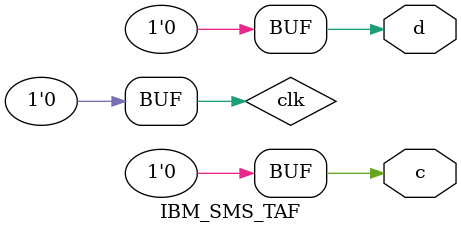
<source format=v>

module  IBM_SMS_TAF(
    output c, 
    output d
    );

    reg clk = 0;
    assign d = clk;
    assign c = clk;
    
    // Constant clock
    always begin 
        #1 clk = 1; 
        #1 clk = 0;
    end

endmodule

</source>
